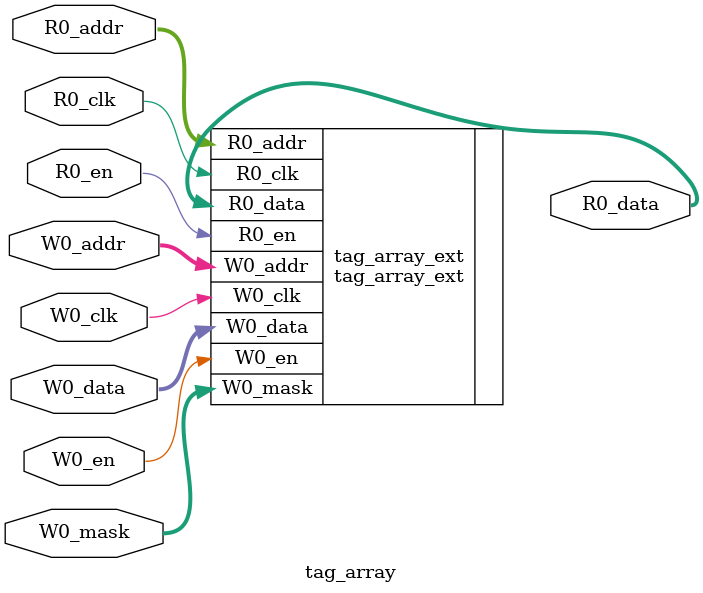
<source format=sv>
`ifndef RANDOMIZE
  `ifdef RANDOMIZE_MEM_INIT
    `define RANDOMIZE
  `endif // RANDOMIZE_MEM_INIT
`endif // not def RANDOMIZE
`ifndef RANDOMIZE
  `ifdef RANDOMIZE_REG_INIT
    `define RANDOMIZE
  `endif // RANDOMIZE_REG_INIT
`endif // not def RANDOMIZE

`ifndef RANDOM
  `define RANDOM $random
`endif // not def RANDOM

// Users can define INIT_RANDOM as general code that gets injected into the
// initializer block for modules with registers.
`ifndef INIT_RANDOM
  `define INIT_RANDOM
`endif // not def INIT_RANDOM

// If using random initialization, you can also define RANDOMIZE_DELAY to
// customize the delay used, otherwise 0.002 is used.
`ifndef RANDOMIZE_DELAY
  `define RANDOMIZE_DELAY 0.002
`endif // not def RANDOMIZE_DELAY

// Define INIT_RANDOM_PROLOG_ for use in our modules below.
`ifndef INIT_RANDOM_PROLOG_
  `ifdef RANDOMIZE
    `ifdef VERILATOR
      `define INIT_RANDOM_PROLOG_ `INIT_RANDOM
    `else  // VERILATOR
      `define INIT_RANDOM_PROLOG_ `INIT_RANDOM #`RANDOMIZE_DELAY begin end
    `endif // VERILATOR
  `else  // RANDOMIZE
    `define INIT_RANDOM_PROLOG_
  `endif // RANDOMIZE
`endif // not def INIT_RANDOM_PROLOG_

// Include register initializers in init blocks unless synthesis is set
`ifndef SYNTHESIS
  `ifndef ENABLE_INITIAL_REG_
    `define ENABLE_INITIAL_REG_
  `endif // not def ENABLE_INITIAL_REG_
`endif // not def SYNTHESIS

// Include rmemory initializers in init blocks unless synthesis is set
`ifndef SYNTHESIS
  `ifndef ENABLE_INITIAL_MEM_
    `define ENABLE_INITIAL_MEM_
  `endif // not def ENABLE_INITIAL_MEM_
`endif // not def SYNTHESIS

// Standard header to adapt well known macros for prints and assertions.

// Users can define 'PRINTF_COND' to add an extra gate to prints.
`ifndef PRINTF_COND_
  `ifdef PRINTF_COND
    `define PRINTF_COND_ (`PRINTF_COND)
  `else  // PRINTF_COND
    `define PRINTF_COND_ 1
  `endif // PRINTF_COND
`endif // not def PRINTF_COND_

// Users can define 'ASSERT_VERBOSE_COND' to add an extra gate to assert error printing.
`ifndef ASSERT_VERBOSE_COND_
  `ifdef ASSERT_VERBOSE_COND
    `define ASSERT_VERBOSE_COND_ (`ASSERT_VERBOSE_COND)
  `else  // ASSERT_VERBOSE_COND
    `define ASSERT_VERBOSE_COND_ 1
  `endif // ASSERT_VERBOSE_COND
`endif // not def ASSERT_VERBOSE_COND_

// Users can define 'STOP_COND' to add an extra gate to stop conditions.
`ifndef STOP_COND_
  `ifdef STOP_COND
    `define STOP_COND_ (`STOP_COND)
  `else  // STOP_COND
    `define STOP_COND_ 1
  `endif // STOP_COND
`endif // not def STOP_COND_

module tag_array(	// @[generators/rocket-chip/src/main/scala/rocket/HellaCache.scala:333:30]
  input  [5:0]   R0_addr,
  input          R0_en,
                 R0_clk,
  output [175:0] R0_data,
  input  [5:0]   W0_addr,
  input          W0_en,
                 W0_clk,
  input  [175:0] W0_data,
  input  [7:0]   W0_mask
);

  tag_array_ext tag_array_ext (	// @[generators/rocket-chip/src/main/scala/rocket/HellaCache.scala:333:30]
    .R0_addr (R0_addr),
    .R0_en   (R0_en),
    .R0_clk  (R0_clk),
    .R0_data (R0_data),
    .W0_addr (W0_addr),
    .W0_en   (W0_en),
    .W0_clk  (W0_clk),
    .W0_data (W0_data),
    .W0_mask (W0_mask)
  );
endmodule


</source>
